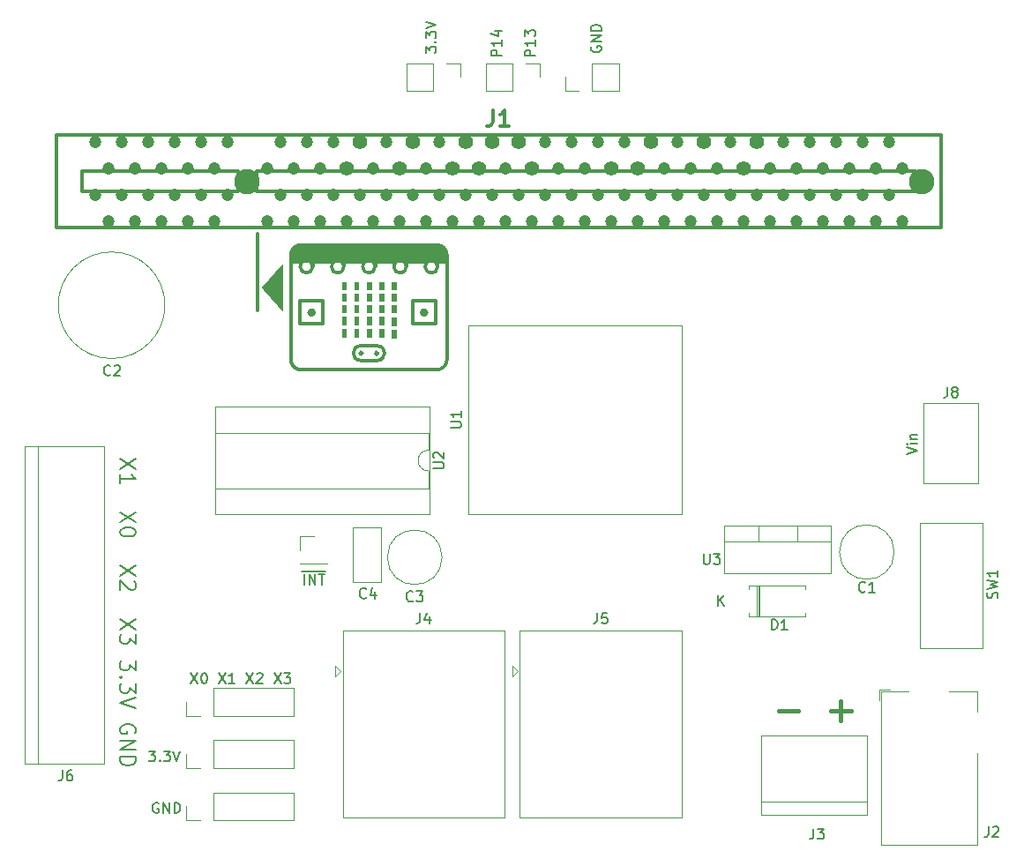
<source format=gbr>
%TF.GenerationSoftware,KiCad,Pcbnew,(6.0.11)*%
%TF.CreationDate,2024-05-31T18:35:19-03:00*%
%TF.ProjectId,robo_descontrolado,726f626f-5f64-4657-9363-6f6e74726f6c,rev?*%
%TF.SameCoordinates,Original*%
%TF.FileFunction,Legend,Top*%
%TF.FilePolarity,Positive*%
%FSLAX46Y46*%
G04 Gerber Fmt 4.6, Leading zero omitted, Abs format (unit mm)*
G04 Created by KiCad (PCBNEW (6.0.11)) date 2024-05-31 18:35:19*
%MOMM*%
%LPD*%
G01*
G04 APERTURE LIST*
%ADD10C,0.300000*%
%ADD11C,0.100000*%
%ADD12C,0.150000*%
%ADD13C,0.400000*%
%ADD14C,0.304800*%
%ADD15C,0.120000*%
%ADD16C,2.451100*%
%ADD17C,1.200000*%
%ADD18C,1.400000*%
G04 APERTURE END LIST*
D10*
X125500000Y-88400000D02*
X125500000Y-81000000D01*
D11*
G36*
X127900000Y-88400000D02*
G01*
X125900000Y-86200000D01*
X127900000Y-84000000D01*
X127900000Y-88400000D01*
G37*
X127900000Y-88400000D02*
X125900000Y-86200000D01*
X127900000Y-84000000D01*
X127900000Y-88400000D01*
D12*
X119090476Y-123202380D02*
X119757142Y-124202380D01*
X119757142Y-123202380D02*
X119090476Y-124202380D01*
X120328571Y-123202380D02*
X120423809Y-123202380D01*
X120519047Y-123250000D01*
X120566666Y-123297619D01*
X120614285Y-123392857D01*
X120661904Y-123583333D01*
X120661904Y-123821428D01*
X120614285Y-124011904D01*
X120566666Y-124107142D01*
X120519047Y-124154761D01*
X120423809Y-124202380D01*
X120328571Y-124202380D01*
X120233333Y-124154761D01*
X120185714Y-124107142D01*
X120138095Y-124011904D01*
X120090476Y-123821428D01*
X120090476Y-123583333D01*
X120138095Y-123392857D01*
X120185714Y-123297619D01*
X120233333Y-123250000D01*
X120328571Y-123202380D01*
X121757142Y-123202380D02*
X122423809Y-124202380D01*
X122423809Y-123202380D02*
X121757142Y-124202380D01*
X123328571Y-124202380D02*
X122757142Y-124202380D01*
X123042857Y-124202380D02*
X123042857Y-123202380D01*
X122947619Y-123345238D01*
X122852380Y-123440476D01*
X122757142Y-123488095D01*
X124423809Y-123202380D02*
X125090476Y-124202380D01*
X125090476Y-123202380D02*
X124423809Y-124202380D01*
X125423809Y-123297619D02*
X125471428Y-123250000D01*
X125566666Y-123202380D01*
X125804761Y-123202380D01*
X125900000Y-123250000D01*
X125947619Y-123297619D01*
X125995238Y-123392857D01*
X125995238Y-123488095D01*
X125947619Y-123630952D01*
X125376190Y-124202380D01*
X125995238Y-124202380D01*
X127090476Y-123202380D02*
X127757142Y-124202380D01*
X127757142Y-123202380D02*
X127090476Y-124202380D01*
X128042857Y-123202380D02*
X128661904Y-123202380D01*
X128328571Y-123583333D01*
X128471428Y-123583333D01*
X128566666Y-123630952D01*
X128614285Y-123678571D01*
X128661904Y-123773809D01*
X128661904Y-124011904D01*
X128614285Y-124107142D01*
X128566666Y-124154761D01*
X128471428Y-124202380D01*
X128185714Y-124202380D01*
X128090476Y-124154761D01*
X128042857Y-124107142D01*
D13*
X182452380Y-126821428D02*
X180547619Y-126821428D01*
X181500000Y-125869047D02*
X181500000Y-127773809D01*
X177452380Y-126821428D02*
X175547619Y-126821428D01*
D12*
X115073809Y-130702380D02*
X115692857Y-130702380D01*
X115359523Y-131083333D01*
X115502380Y-131083333D01*
X115597619Y-131130952D01*
X115645238Y-131178571D01*
X115692857Y-131273809D01*
X115692857Y-131511904D01*
X115645238Y-131607142D01*
X115597619Y-131654761D01*
X115502380Y-131702380D01*
X115216666Y-131702380D01*
X115121428Y-131654761D01*
X115073809Y-131607142D01*
X116121428Y-131607142D02*
X116169047Y-131654761D01*
X116121428Y-131702380D01*
X116073809Y-131654761D01*
X116121428Y-131607142D01*
X116121428Y-131702380D01*
X116502380Y-130702380D02*
X117121428Y-130702380D01*
X116788095Y-131083333D01*
X116930952Y-131083333D01*
X117026190Y-131130952D01*
X117073809Y-131178571D01*
X117121428Y-131273809D01*
X117121428Y-131511904D01*
X117073809Y-131607142D01*
X117026190Y-131654761D01*
X116930952Y-131702380D01*
X116645238Y-131702380D01*
X116550000Y-131654761D01*
X116502380Y-131607142D01*
X117407142Y-130702380D02*
X117740476Y-131702380D01*
X118073809Y-130702380D01*
X187852380Y-102223809D02*
X188852380Y-101890476D01*
X187852380Y-101557142D01*
X188852380Y-101223809D02*
X188185714Y-101223809D01*
X187852380Y-101223809D02*
X187900000Y-101271428D01*
X187947619Y-101223809D01*
X187900000Y-101176190D01*
X187852380Y-101223809D01*
X187947619Y-101223809D01*
X188185714Y-100747619D02*
X188852380Y-100747619D01*
X188280952Y-100747619D02*
X188233333Y-100700000D01*
X188185714Y-100604761D01*
X188185714Y-100461904D01*
X188233333Y-100366666D01*
X188328571Y-100319047D01*
X188852380Y-100319047D01*
X148942380Y-63964285D02*
X147942380Y-63964285D01*
X147942380Y-63583333D01*
X147990000Y-63488095D01*
X148037619Y-63440476D01*
X148132857Y-63392857D01*
X148275714Y-63392857D01*
X148370952Y-63440476D01*
X148418571Y-63488095D01*
X148466190Y-63583333D01*
X148466190Y-63964285D01*
X148942380Y-62440476D02*
X148942380Y-63011904D01*
X148942380Y-62726190D02*
X147942380Y-62726190D01*
X148085238Y-62821428D01*
X148180476Y-62916666D01*
X148228095Y-63011904D01*
X148275714Y-61583333D02*
X148942380Y-61583333D01*
X147894761Y-61821428D02*
X148609047Y-62059523D01*
X148609047Y-61440476D01*
X152162380Y-63964285D02*
X151162380Y-63964285D01*
X151162380Y-63583333D01*
X151210000Y-63488095D01*
X151257619Y-63440476D01*
X151352857Y-63392857D01*
X151495714Y-63392857D01*
X151590952Y-63440476D01*
X151638571Y-63488095D01*
X151686190Y-63583333D01*
X151686190Y-63964285D01*
X152162380Y-62440476D02*
X152162380Y-63011904D01*
X152162380Y-62726190D02*
X151162380Y-62726190D01*
X151305238Y-62821428D01*
X151400476Y-62916666D01*
X151448095Y-63011904D01*
X151162380Y-62107142D02*
X151162380Y-61488095D01*
X151543333Y-61821428D01*
X151543333Y-61678571D01*
X151590952Y-61583333D01*
X151638571Y-61535714D01*
X151733809Y-61488095D01*
X151971904Y-61488095D01*
X152067142Y-61535714D01*
X152114761Y-61583333D01*
X152162380Y-61678571D01*
X152162380Y-61964285D01*
X152114761Y-62059523D01*
X152067142Y-62107142D01*
X113821428Y-102614285D02*
X112321428Y-103614285D01*
X113821428Y-103614285D02*
X112321428Y-102614285D01*
X112321428Y-104971428D02*
X112321428Y-104114285D01*
X112321428Y-104542857D02*
X113821428Y-104542857D01*
X113607142Y-104400000D01*
X113464285Y-104257142D01*
X113392857Y-104114285D01*
X113821428Y-107757142D02*
X112321428Y-108757142D01*
X113821428Y-108757142D02*
X112321428Y-107757142D01*
X113821428Y-109614285D02*
X113821428Y-109757142D01*
X113750000Y-109900000D01*
X113678571Y-109971428D01*
X113535714Y-110042857D01*
X113250000Y-110114285D01*
X112892857Y-110114285D01*
X112607142Y-110042857D01*
X112464285Y-109971428D01*
X112392857Y-109900000D01*
X112321428Y-109757142D01*
X112321428Y-109614285D01*
X112392857Y-109471428D01*
X112464285Y-109400000D01*
X112607142Y-109328571D01*
X112892857Y-109257142D01*
X113250000Y-109257142D01*
X113535714Y-109328571D01*
X113678571Y-109400000D01*
X113750000Y-109471428D01*
X113821428Y-109614285D01*
X113821428Y-112900000D02*
X112321428Y-113900000D01*
X113821428Y-113900000D02*
X112321428Y-112900000D01*
X113678571Y-114400000D02*
X113750000Y-114471428D01*
X113821428Y-114614285D01*
X113821428Y-114971428D01*
X113750000Y-115114285D01*
X113678571Y-115185714D01*
X113535714Y-115257142D01*
X113392857Y-115257142D01*
X113178571Y-115185714D01*
X112321428Y-114328571D01*
X112321428Y-115257142D01*
X113821428Y-118042857D02*
X112321428Y-119042857D01*
X113821428Y-119042857D02*
X112321428Y-118042857D01*
X113821428Y-119471428D02*
X113821428Y-120400000D01*
X113250000Y-119900000D01*
X113250000Y-120114285D01*
X113178571Y-120257142D01*
X113107142Y-120328571D01*
X112964285Y-120400000D01*
X112607142Y-120400000D01*
X112464285Y-120328571D01*
X112392857Y-120257142D01*
X112321428Y-120114285D01*
X112321428Y-119685714D01*
X112392857Y-119542857D01*
X112464285Y-119471428D01*
X113821428Y-122042857D02*
X113821428Y-122971428D01*
X113250000Y-122471428D01*
X113250000Y-122685714D01*
X113178571Y-122828571D01*
X113107142Y-122900000D01*
X112964285Y-122971428D01*
X112607142Y-122971428D01*
X112464285Y-122900000D01*
X112392857Y-122828571D01*
X112321428Y-122685714D01*
X112321428Y-122257142D01*
X112392857Y-122114285D01*
X112464285Y-122042857D01*
X112464285Y-123614285D02*
X112392857Y-123685714D01*
X112321428Y-123614285D01*
X112392857Y-123542857D01*
X112464285Y-123614285D01*
X112321428Y-123614285D01*
X113821428Y-124185714D02*
X113821428Y-125114285D01*
X113250000Y-124614285D01*
X113250000Y-124828571D01*
X113178571Y-124971428D01*
X113107142Y-125042857D01*
X112964285Y-125114285D01*
X112607142Y-125114285D01*
X112464285Y-125042857D01*
X112392857Y-124971428D01*
X112321428Y-124828571D01*
X112321428Y-124400000D01*
X112392857Y-124257142D01*
X112464285Y-124185714D01*
X113821428Y-125542857D02*
X112321428Y-126042857D01*
X113821428Y-126542857D01*
X113750000Y-128971428D02*
X113821428Y-128828571D01*
X113821428Y-128614285D01*
X113750000Y-128400000D01*
X113607142Y-128257142D01*
X113464285Y-128185714D01*
X113178571Y-128114285D01*
X112964285Y-128114285D01*
X112678571Y-128185714D01*
X112535714Y-128257142D01*
X112392857Y-128400000D01*
X112321428Y-128614285D01*
X112321428Y-128757142D01*
X112392857Y-128971428D01*
X112464285Y-129042857D01*
X112964285Y-129042857D01*
X112964285Y-128757142D01*
X112321428Y-129685714D02*
X113821428Y-129685714D01*
X112321428Y-130542857D01*
X113821428Y-130542857D01*
X112321428Y-131257142D02*
X113821428Y-131257142D01*
X113821428Y-131614285D01*
X113750000Y-131828571D01*
X113607142Y-131971428D01*
X113464285Y-132042857D01*
X113178571Y-132114285D01*
X112964285Y-132114285D01*
X112678571Y-132042857D01*
X112535714Y-131971428D01*
X112392857Y-131828571D01*
X112321428Y-131614285D01*
X112321428Y-131257142D01*
X129757142Y-113470000D02*
X130233333Y-113470000D01*
X129995238Y-114752380D02*
X129995238Y-113752380D01*
X130233333Y-113470000D02*
X131280952Y-113470000D01*
X130471428Y-114752380D02*
X130471428Y-113752380D01*
X131042857Y-114752380D01*
X131042857Y-113752380D01*
X131280952Y-113470000D02*
X132042857Y-113470000D01*
X131376190Y-113752380D02*
X131947619Y-113752380D01*
X131661904Y-114752380D02*
X131661904Y-113752380D01*
X141652380Y-63676190D02*
X141652380Y-63057142D01*
X142033333Y-63390476D01*
X142033333Y-63247619D01*
X142080952Y-63152380D01*
X142128571Y-63104761D01*
X142223809Y-63057142D01*
X142461904Y-63057142D01*
X142557142Y-63104761D01*
X142604761Y-63152380D01*
X142652380Y-63247619D01*
X142652380Y-63533333D01*
X142604761Y-63628571D01*
X142557142Y-63676190D01*
X142557142Y-62628571D02*
X142604761Y-62580952D01*
X142652380Y-62628571D01*
X142604761Y-62676190D01*
X142557142Y-62628571D01*
X142652380Y-62628571D01*
X141652380Y-62247619D02*
X141652380Y-61628571D01*
X142033333Y-61961904D01*
X142033333Y-61819047D01*
X142080952Y-61723809D01*
X142128571Y-61676190D01*
X142223809Y-61628571D01*
X142461904Y-61628571D01*
X142557142Y-61676190D01*
X142604761Y-61723809D01*
X142652380Y-61819047D01*
X142652380Y-62104761D01*
X142604761Y-62200000D01*
X142557142Y-62247619D01*
X141652380Y-61342857D02*
X142652380Y-61009523D01*
X141652380Y-60676190D01*
X115988095Y-135700000D02*
X115892857Y-135652380D01*
X115750000Y-135652380D01*
X115607142Y-135700000D01*
X115511904Y-135795238D01*
X115464285Y-135890476D01*
X115416666Y-136080952D01*
X115416666Y-136223809D01*
X115464285Y-136414285D01*
X115511904Y-136509523D01*
X115607142Y-136604761D01*
X115750000Y-136652380D01*
X115845238Y-136652380D01*
X115988095Y-136604761D01*
X116035714Y-136557142D01*
X116035714Y-136223809D01*
X115845238Y-136223809D01*
X116464285Y-136652380D02*
X116464285Y-135652380D01*
X117035714Y-136652380D01*
X117035714Y-135652380D01*
X117511904Y-136652380D02*
X117511904Y-135652380D01*
X117750000Y-135652380D01*
X117892857Y-135700000D01*
X117988095Y-135795238D01*
X118035714Y-135890476D01*
X118083333Y-136080952D01*
X118083333Y-136223809D01*
X118035714Y-136414285D01*
X117988095Y-136509523D01*
X117892857Y-136604761D01*
X117750000Y-136652380D01*
X117511904Y-136652380D01*
X157550000Y-63061904D02*
X157502380Y-63157142D01*
X157502380Y-63300000D01*
X157550000Y-63442857D01*
X157645238Y-63538095D01*
X157740476Y-63585714D01*
X157930952Y-63633333D01*
X158073809Y-63633333D01*
X158264285Y-63585714D01*
X158359523Y-63538095D01*
X158454761Y-63442857D01*
X158502380Y-63300000D01*
X158502380Y-63204761D01*
X158454761Y-63061904D01*
X158407142Y-63014285D01*
X158073809Y-63014285D01*
X158073809Y-63204761D01*
X158502380Y-62585714D02*
X157502380Y-62585714D01*
X158502380Y-62014285D01*
X157502380Y-62014285D01*
X158502380Y-61538095D02*
X157502380Y-61538095D01*
X157502380Y-61300000D01*
X157550000Y-61157142D01*
X157645238Y-61061904D01*
X157740476Y-61014285D01*
X157930952Y-60966666D01*
X158073809Y-60966666D01*
X158264285Y-61014285D01*
X158359523Y-61061904D01*
X158454761Y-61157142D01*
X158502380Y-61300000D01*
X158502380Y-61538095D01*
X158111666Y-117452380D02*
X158111666Y-118166666D01*
X158064047Y-118309523D01*
X157968809Y-118404761D01*
X157825952Y-118452380D01*
X157730714Y-118452380D01*
X159064047Y-117452380D02*
X158587857Y-117452380D01*
X158540238Y-117928571D01*
X158587857Y-117880952D01*
X158683095Y-117833333D01*
X158921190Y-117833333D01*
X159016428Y-117880952D01*
X159064047Y-117928571D01*
X159111666Y-118023809D01*
X159111666Y-118261904D01*
X159064047Y-118357142D01*
X159016428Y-118404761D01*
X158921190Y-118452380D01*
X158683095Y-118452380D01*
X158587857Y-118404761D01*
X158540238Y-118357142D01*
X141111666Y-117452380D02*
X141111666Y-118166666D01*
X141064047Y-118309523D01*
X140968809Y-118404761D01*
X140825952Y-118452380D01*
X140730714Y-118452380D01*
X142016428Y-117785714D02*
X142016428Y-118452380D01*
X141778333Y-117404761D02*
X141540238Y-118119047D01*
X142159285Y-118119047D01*
D14*
X148142000Y-69165948D02*
X148142000Y-70254520D01*
X148069428Y-70472234D01*
X147924285Y-70617377D01*
X147706571Y-70689948D01*
X147561428Y-70689948D01*
X149666000Y-70689948D02*
X148795142Y-70689948D01*
X149230571Y-70689948D02*
X149230571Y-69165948D01*
X149085428Y-69383662D01*
X148940285Y-69528805D01*
X148795142Y-69601377D01*
D12*
X168338095Y-111752380D02*
X168338095Y-112561904D01*
X168385714Y-112657142D01*
X168433333Y-112704761D01*
X168528571Y-112752380D01*
X168719047Y-112752380D01*
X168814285Y-112704761D01*
X168861904Y-112657142D01*
X168909523Y-112561904D01*
X168909523Y-111752380D01*
X169290476Y-111752380D02*
X169909523Y-111752380D01*
X169576190Y-112133333D01*
X169719047Y-112133333D01*
X169814285Y-112180952D01*
X169861904Y-112228571D01*
X169909523Y-112323809D01*
X169909523Y-112561904D01*
X169861904Y-112657142D01*
X169814285Y-112704761D01*
X169719047Y-112752380D01*
X169433333Y-112752380D01*
X169338095Y-112704761D01*
X169290476Y-112657142D01*
X111383333Y-94557142D02*
X111335714Y-94604761D01*
X111192857Y-94652380D01*
X111097619Y-94652380D01*
X110954761Y-94604761D01*
X110859523Y-94509523D01*
X110811904Y-94414285D01*
X110764285Y-94223809D01*
X110764285Y-94080952D01*
X110811904Y-93890476D01*
X110859523Y-93795238D01*
X110954761Y-93700000D01*
X111097619Y-93652380D01*
X111192857Y-93652380D01*
X111335714Y-93700000D01*
X111383333Y-93747619D01*
X111764285Y-93747619D02*
X111811904Y-93700000D01*
X111907142Y-93652380D01*
X112145238Y-93652380D01*
X112240476Y-93700000D01*
X112288095Y-93747619D01*
X112335714Y-93842857D01*
X112335714Y-93938095D01*
X112288095Y-94080952D01*
X111716666Y-94652380D01*
X112335714Y-94652380D01*
X191736666Y-95742380D02*
X191736666Y-96456666D01*
X191689047Y-96599523D01*
X191593809Y-96694761D01*
X191450952Y-96742380D01*
X191355714Y-96742380D01*
X192355714Y-96170952D02*
X192260476Y-96123333D01*
X192212857Y-96075714D01*
X192165238Y-95980476D01*
X192165238Y-95932857D01*
X192212857Y-95837619D01*
X192260476Y-95790000D01*
X192355714Y-95742380D01*
X192546190Y-95742380D01*
X192641428Y-95790000D01*
X192689047Y-95837619D01*
X192736666Y-95932857D01*
X192736666Y-95980476D01*
X192689047Y-96075714D01*
X192641428Y-96123333D01*
X192546190Y-96170952D01*
X192355714Y-96170952D01*
X192260476Y-96218571D01*
X192212857Y-96266190D01*
X192165238Y-96361428D01*
X192165238Y-96551904D01*
X192212857Y-96647142D01*
X192260476Y-96694761D01*
X192355714Y-96742380D01*
X192546190Y-96742380D01*
X192641428Y-96694761D01*
X192689047Y-96647142D01*
X192736666Y-96551904D01*
X192736666Y-96361428D01*
X192689047Y-96266190D01*
X192641428Y-96218571D01*
X192546190Y-96170952D01*
X106766666Y-132552380D02*
X106766666Y-133266666D01*
X106719047Y-133409523D01*
X106623809Y-133504761D01*
X106480952Y-133552380D01*
X106385714Y-133552380D01*
X107671428Y-132552380D02*
X107480952Y-132552380D01*
X107385714Y-132600000D01*
X107338095Y-132647619D01*
X107242857Y-132790476D01*
X107195238Y-132980952D01*
X107195238Y-133361904D01*
X107242857Y-133457142D01*
X107290476Y-133504761D01*
X107385714Y-133552380D01*
X107576190Y-133552380D01*
X107671428Y-133504761D01*
X107719047Y-133457142D01*
X107766666Y-133361904D01*
X107766666Y-133123809D01*
X107719047Y-133028571D01*
X107671428Y-132980952D01*
X107576190Y-132933333D01*
X107385714Y-132933333D01*
X107290476Y-132980952D01*
X107242857Y-133028571D01*
X107195238Y-133123809D01*
X195666666Y-137952380D02*
X195666666Y-138666666D01*
X195619047Y-138809523D01*
X195523809Y-138904761D01*
X195380952Y-138952380D01*
X195285714Y-138952380D01*
X196095238Y-138047619D02*
X196142857Y-138000000D01*
X196238095Y-137952380D01*
X196476190Y-137952380D01*
X196571428Y-138000000D01*
X196619047Y-138047619D01*
X196666666Y-138142857D01*
X196666666Y-138238095D01*
X196619047Y-138380952D01*
X196047619Y-138952380D01*
X196666666Y-138952380D01*
X196504761Y-116033333D02*
X196552380Y-115890476D01*
X196552380Y-115652380D01*
X196504761Y-115557142D01*
X196457142Y-115509523D01*
X196361904Y-115461904D01*
X196266666Y-115461904D01*
X196171428Y-115509523D01*
X196123809Y-115557142D01*
X196076190Y-115652380D01*
X196028571Y-115842857D01*
X195980952Y-115938095D01*
X195933333Y-115985714D01*
X195838095Y-116033333D01*
X195742857Y-116033333D01*
X195647619Y-115985714D01*
X195600000Y-115938095D01*
X195552380Y-115842857D01*
X195552380Y-115604761D01*
X195600000Y-115461904D01*
X195552380Y-115128571D02*
X196552380Y-114890476D01*
X195838095Y-114700000D01*
X196552380Y-114509523D01*
X195552380Y-114271428D01*
X196552380Y-113366666D02*
X196552380Y-113938095D01*
X196552380Y-113652380D02*
X195552380Y-113652380D01*
X195695238Y-113747619D01*
X195790476Y-113842857D01*
X195838095Y-113938095D01*
X183833333Y-115357142D02*
X183785714Y-115404761D01*
X183642857Y-115452380D01*
X183547619Y-115452380D01*
X183404761Y-115404761D01*
X183309523Y-115309523D01*
X183261904Y-115214285D01*
X183214285Y-115023809D01*
X183214285Y-114880952D01*
X183261904Y-114690476D01*
X183309523Y-114595238D01*
X183404761Y-114500000D01*
X183547619Y-114452380D01*
X183642857Y-114452380D01*
X183785714Y-114500000D01*
X183833333Y-114547619D01*
X184785714Y-115452380D02*
X184214285Y-115452380D01*
X184500000Y-115452380D02*
X184500000Y-114452380D01*
X184404761Y-114595238D01*
X184309523Y-114690476D01*
X184214285Y-114738095D01*
X178886666Y-138152380D02*
X178886666Y-138866666D01*
X178839047Y-139009523D01*
X178743809Y-139104761D01*
X178600952Y-139152380D01*
X178505714Y-139152380D01*
X179267619Y-138152380D02*
X179886666Y-138152380D01*
X179553333Y-138533333D01*
X179696190Y-138533333D01*
X179791428Y-138580952D01*
X179839047Y-138628571D01*
X179886666Y-138723809D01*
X179886666Y-138961904D01*
X179839047Y-139057142D01*
X179791428Y-139104761D01*
X179696190Y-139152380D01*
X179410476Y-139152380D01*
X179315238Y-139104761D01*
X179267619Y-139057142D01*
X174861904Y-119052380D02*
X174861904Y-118052380D01*
X175100000Y-118052380D01*
X175242857Y-118100000D01*
X175338095Y-118195238D01*
X175385714Y-118290476D01*
X175433333Y-118480952D01*
X175433333Y-118623809D01*
X175385714Y-118814285D01*
X175338095Y-118909523D01*
X175242857Y-119004761D01*
X175100000Y-119052380D01*
X174861904Y-119052380D01*
X176385714Y-119052380D02*
X175814285Y-119052380D01*
X176100000Y-119052380D02*
X176100000Y-118052380D01*
X176004761Y-118195238D01*
X175909523Y-118290476D01*
X175814285Y-118338095D01*
X169738095Y-116752380D02*
X169738095Y-115752380D01*
X170309523Y-116752380D02*
X169880952Y-116180952D01*
X170309523Y-115752380D02*
X169738095Y-116323809D01*
X144052380Y-99661904D02*
X144861904Y-99661904D01*
X144957142Y-99614285D01*
X145004761Y-99566666D01*
X145052380Y-99471428D01*
X145052380Y-99280952D01*
X145004761Y-99185714D01*
X144957142Y-99138095D01*
X144861904Y-99090476D01*
X144052380Y-99090476D01*
X145052380Y-98090476D02*
X145052380Y-98661904D01*
X145052380Y-98376190D02*
X144052380Y-98376190D01*
X144195238Y-98471428D01*
X144290476Y-98566666D01*
X144338095Y-98661904D01*
X142382380Y-103571904D02*
X143191904Y-103571904D01*
X143287142Y-103524285D01*
X143334761Y-103476666D01*
X143382380Y-103381428D01*
X143382380Y-103190952D01*
X143334761Y-103095714D01*
X143287142Y-103048095D01*
X143191904Y-103000476D01*
X142382380Y-103000476D01*
X142477619Y-102571904D02*
X142430000Y-102524285D01*
X142382380Y-102429047D01*
X142382380Y-102190952D01*
X142430000Y-102095714D01*
X142477619Y-102048095D01*
X142572857Y-102000476D01*
X142668095Y-102000476D01*
X142810952Y-102048095D01*
X143382380Y-102619523D01*
X143382380Y-102000476D01*
X135933333Y-115957142D02*
X135885714Y-116004761D01*
X135742857Y-116052380D01*
X135647619Y-116052380D01*
X135504761Y-116004761D01*
X135409523Y-115909523D01*
X135361904Y-115814285D01*
X135314285Y-115623809D01*
X135314285Y-115480952D01*
X135361904Y-115290476D01*
X135409523Y-115195238D01*
X135504761Y-115100000D01*
X135647619Y-115052380D01*
X135742857Y-115052380D01*
X135885714Y-115100000D01*
X135933333Y-115147619D01*
X136790476Y-115385714D02*
X136790476Y-116052380D01*
X136552380Y-115004761D02*
X136314285Y-115719047D01*
X136933333Y-115719047D01*
X140433333Y-116257142D02*
X140385714Y-116304761D01*
X140242857Y-116352380D01*
X140147619Y-116352380D01*
X140004761Y-116304761D01*
X139909523Y-116209523D01*
X139861904Y-116114285D01*
X139814285Y-115923809D01*
X139814285Y-115780952D01*
X139861904Y-115590476D01*
X139909523Y-115495238D01*
X140004761Y-115400000D01*
X140147619Y-115352380D01*
X140242857Y-115352380D01*
X140385714Y-115400000D01*
X140433333Y-115447619D01*
X140766666Y-115352380D02*
X141385714Y-115352380D01*
X141052380Y-115733333D01*
X141195238Y-115733333D01*
X141290476Y-115780952D01*
X141338095Y-115828571D01*
X141385714Y-115923809D01*
X141385714Y-116161904D01*
X141338095Y-116257142D01*
X141290476Y-116304761D01*
X141195238Y-116352380D01*
X140909523Y-116352380D01*
X140814285Y-116304761D01*
X140766666Y-116257142D01*
D15*
X150000000Y-122500000D02*
X150000000Y-123500000D01*
X166205000Y-119120000D02*
X150685000Y-119120000D01*
X150500000Y-123000000D02*
X150000000Y-122500000D01*
X150685000Y-137080000D02*
X166205000Y-137080000D01*
X150685000Y-119120000D02*
X150685000Y-137080000D01*
X150000000Y-123500000D02*
X150500000Y-123000000D01*
X166205000Y-119120000D02*
X166205000Y-137080000D01*
X133500000Y-123000000D02*
X133000000Y-122500000D01*
X149205000Y-119120000D02*
X133685000Y-119120000D01*
X133685000Y-119120000D02*
X133685000Y-137080000D01*
X133685000Y-137080000D02*
X149205000Y-137080000D01*
X149205000Y-119120000D02*
X149205000Y-137080000D01*
X133000000Y-122500000D02*
X133000000Y-123500000D01*
X133000000Y-123500000D02*
X133500000Y-123000000D01*
D14*
X191101020Y-80450080D02*
X191101020Y-71549920D01*
X191101020Y-71549920D02*
X106198980Y-71549920D01*
X188649920Y-76949960D02*
X125398840Y-76949960D01*
X106198980Y-80450080D02*
X191101020Y-80450080D01*
X188649920Y-75050040D02*
X188649920Y-76949960D01*
X106198980Y-71549920D02*
X106198980Y-80450080D01*
X123648780Y-76949960D02*
X123648780Y-75050040D01*
X125398840Y-75050040D02*
X188649920Y-75050040D01*
X108650080Y-76949960D02*
X123648780Y-76949960D01*
X123648780Y-75050040D02*
X108650080Y-75050040D01*
X108650080Y-75050040D02*
X108650080Y-76949960D01*
X125398840Y-76949960D02*
X125398840Y-75050040D01*
D15*
X170320000Y-109030000D02*
X180560000Y-109030000D01*
X170320000Y-113671000D02*
X180560000Y-113671000D01*
X177291000Y-109030000D02*
X177291000Y-110540000D01*
X173590000Y-109030000D02*
X173590000Y-110540000D01*
X170320000Y-110540000D02*
X180560000Y-110540000D01*
X170320000Y-109030000D02*
X170320000Y-113671000D01*
X180560000Y-109030000D02*
X180560000Y-113671000D01*
X116620000Y-87900000D02*
G75*
G03*
X116620000Y-87900000I-5120000J0D01*
G01*
X120000000Y-127330000D02*
X118670000Y-127330000D01*
X118670000Y-127330000D02*
X118670000Y-126000000D01*
X121270000Y-127330000D02*
X128950000Y-127330000D01*
X128950000Y-127330000D02*
X128950000Y-124670000D01*
X121270000Y-127330000D02*
X121270000Y-124670000D01*
X121270000Y-124670000D02*
X128950000Y-124670000D01*
X120000000Y-132330000D02*
X118670000Y-132330000D01*
X121270000Y-132330000D02*
X128950000Y-132330000D01*
X118670000Y-132330000D02*
X118670000Y-131000000D01*
X121270000Y-129670000D02*
X128950000Y-129670000D01*
X128950000Y-132330000D02*
X128950000Y-129670000D01*
X121270000Y-132330000D02*
X121270000Y-129670000D01*
X128950000Y-137330000D02*
X128950000Y-134670000D01*
X121270000Y-134670000D02*
X128950000Y-134670000D01*
X120000000Y-137330000D02*
X118670000Y-137330000D01*
X121270000Y-137330000D02*
X128950000Y-137330000D01*
X118670000Y-137330000D02*
X118670000Y-136000000D01*
X121270000Y-137330000D02*
X121270000Y-134670000D01*
X157620000Y-64670000D02*
X160220000Y-64670000D01*
X155020000Y-67330000D02*
X155020000Y-66000000D01*
X157620000Y-67330000D02*
X157620000Y-64670000D01*
X157620000Y-67330000D02*
X160220000Y-67330000D01*
X160220000Y-67330000D02*
X160220000Y-64670000D01*
X156350000Y-67330000D02*
X155020000Y-67330000D01*
X143650000Y-64670000D02*
X144980000Y-64670000D01*
X142380000Y-64670000D02*
X142380000Y-67330000D01*
X144980000Y-64670000D02*
X144980000Y-66000000D01*
X142380000Y-64670000D02*
X139780000Y-64670000D01*
X142380000Y-67330000D02*
X139780000Y-67330000D01*
X139780000Y-64670000D02*
X139780000Y-67330000D01*
X150000000Y-64670000D02*
X147400000Y-64670000D01*
X152600000Y-64670000D02*
X152600000Y-66000000D01*
X147400000Y-64670000D02*
X147400000Y-67330000D01*
X150000000Y-64670000D02*
X150000000Y-67330000D01*
X150000000Y-67330000D02*
X147400000Y-67330000D01*
X151270000Y-64670000D02*
X152600000Y-64670000D01*
X189470000Y-105030000D02*
X194670000Y-105030000D01*
X189470000Y-97290000D02*
X194670000Y-97290000D01*
X189470000Y-97290000D02*
X189470000Y-105030000D01*
X194670000Y-97290000D02*
X194670000Y-105030000D01*
X103190000Y-131940000D02*
X110810000Y-131940000D01*
X110810000Y-101460000D02*
X103190000Y-101460000D01*
X104460000Y-101460000D02*
X104460000Y-131940000D01*
X110810000Y-101460000D02*
X110810000Y-131940000D01*
X103190000Y-101460000D02*
X103190000Y-131940000D01*
X186250000Y-124800000D02*
X185200000Y-124800000D01*
X194600000Y-130900000D02*
X194600000Y-139700000D01*
X185200000Y-125850000D02*
X185200000Y-124800000D01*
X185400000Y-139700000D02*
X185400000Y-125000000D01*
X191900000Y-125000000D02*
X194600000Y-125000000D01*
X185400000Y-125000000D02*
X188000000Y-125000000D01*
X194600000Y-139700000D02*
X185400000Y-139700000D01*
X194600000Y-125000000D02*
X194600000Y-126900000D01*
X189100000Y-108800000D02*
X195100000Y-108800000D01*
X189100000Y-120800000D02*
X189100000Y-108800000D01*
X195100000Y-120800000D02*
X189100000Y-120800000D01*
X195100000Y-108800000D02*
X195100000Y-120800000D01*
X186620000Y-111600000D02*
G75*
G03*
X186620000Y-111600000I-2620000J0D01*
G01*
X184040000Y-136810000D02*
X184040000Y-129190000D01*
X173880000Y-129190000D02*
X173880000Y-136810000D01*
X184040000Y-129190000D02*
X173880000Y-129190000D01*
X173880000Y-136810000D02*
X184040000Y-136810000D01*
X184040000Y-135540000D02*
X173880000Y-135540000D01*
X173590000Y-114830000D02*
X173590000Y-117770000D01*
X172690000Y-117770000D02*
X178130000Y-117770000D01*
X172690000Y-117440000D02*
X172690000Y-117770000D01*
X173470000Y-114830000D02*
X173470000Y-117770000D01*
X172690000Y-115160000D02*
X172690000Y-114830000D01*
X172690000Y-114830000D02*
X178130000Y-114830000D01*
X173710000Y-114830000D02*
X173710000Y-117770000D01*
X178130000Y-114830000D02*
X178130000Y-115160000D01*
X178130000Y-117770000D02*
X178130000Y-117440000D01*
X166210000Y-107930000D02*
X166210000Y-89870000D01*
X145770000Y-89870000D02*
X166210000Y-89870000D01*
X145770000Y-107930000D02*
X145770000Y-89870000D01*
X145770000Y-107930000D02*
X166210000Y-107930000D01*
X121490000Y-105460000D02*
X141930000Y-105460000D01*
X141990000Y-97670000D02*
X121430000Y-97670000D01*
X141990000Y-107950000D02*
X141990000Y-97670000D01*
X121430000Y-97670000D02*
X121430000Y-107950000D01*
X121430000Y-107950000D02*
X141990000Y-107950000D01*
X141930000Y-100160000D02*
X121490000Y-100160000D01*
X141930000Y-101810000D02*
X141930000Y-100160000D01*
X121490000Y-100160000D02*
X121490000Y-105460000D01*
X141930000Y-105460000D02*
X141930000Y-103810000D01*
X141930000Y-101810000D02*
G75*
G03*
X141930000Y-103810000I0J-1000000D01*
G01*
X129570000Y-111400000D02*
X129570000Y-110070000D01*
X129570000Y-110070000D02*
X130900000Y-110070000D01*
X129570000Y-112670000D02*
X132230000Y-112670000D01*
X129570000Y-112670000D02*
X129570000Y-112730000D01*
X132230000Y-112670000D02*
X132230000Y-112730000D01*
X129570000Y-112730000D02*
X132230000Y-112730000D01*
X137370000Y-109230000D02*
X137370000Y-114470000D01*
X134630000Y-109230000D02*
X134630000Y-114470000D01*
X137370000Y-114470000D02*
X134630000Y-114470000D01*
X137370000Y-109230000D02*
X134630000Y-109230000D01*
X143220000Y-112100000D02*
G75*
G03*
X143220000Y-112100000I-2620000J0D01*
G01*
D10*
X142600000Y-89700000D02*
X140400000Y-89700000D01*
X128700000Y-93100000D02*
X128700000Y-83100000D01*
X142700000Y-94100000D02*
X129700000Y-94100000D01*
X131800000Y-87500000D02*
X131800000Y-89700000D01*
X129600000Y-89700000D02*
X129600000Y-87500000D01*
X129600000Y-87500000D02*
X131800000Y-87500000D01*
X140400000Y-87500000D02*
X142600000Y-87500000D01*
X137000000Y-93200000D02*
X135400000Y-93200000D01*
X135400000Y-91800000D02*
X137000000Y-91800000D01*
X142600000Y-87500000D02*
X142600000Y-89700000D01*
X143700000Y-93100000D02*
X143700000Y-83100000D01*
X131800000Y-89700000D02*
X129600000Y-89700000D01*
X140400000Y-89700000D02*
X140400000Y-87500000D01*
X142700000Y-82100000D02*
X129700000Y-82100000D01*
X128700000Y-93100000D02*
G75*
G03*
X129700000Y-94100000I1000000J0D01*
G01*
X143700000Y-83100000D02*
G75*
G03*
X142700000Y-82100000I-999999J1D01*
G01*
X137000000Y-93200000D02*
G75*
G03*
X137000000Y-91800000I0J700000D01*
G01*
X135400000Y-91800000D02*
G75*
G03*
X135400000Y-93200000I0J-700000D01*
G01*
X129700000Y-82100000D02*
G75*
G03*
X128700000Y-83100000I0J-1000000D01*
G01*
X142700000Y-94100000D02*
G75*
G03*
X143700000Y-93100000I1J999999D01*
G01*
X135570000Y-92500000D02*
G75*
G03*
X135570000Y-92500000I-120000J0D01*
G01*
X136800000Y-84200000D02*
G75*
G03*
X136800000Y-84200000I-600000J0D01*
G01*
X142800000Y-84200000D02*
G75*
G03*
X142800000Y-84200000I-600000J0D01*
G01*
D13*
X130900000Y-88600000D02*
G75*
G03*
X130900000Y-88600000I-200000J0D01*
G01*
D10*
X137070000Y-92500000D02*
G75*
G03*
X137070000Y-92500000I-120000J0D01*
G01*
D13*
X141700000Y-88600000D02*
G75*
G03*
X141700000Y-88600000I-200000J0D01*
G01*
D10*
X130800000Y-84200000D02*
G75*
G03*
X130800000Y-84200000I-600000J0D01*
G01*
X133800000Y-84200000D02*
G75*
G03*
X133800000Y-84200000I-600000J0D01*
G01*
X139800000Y-84200000D02*
G75*
G03*
X139800000Y-84200000I-600000J0D01*
G01*
G36*
X136400000Y-88550000D02*
G01*
X136000000Y-88550000D01*
X136000000Y-87900000D01*
X136400000Y-87900000D01*
X136400000Y-88550000D01*
G37*
D11*
X136400000Y-88550000D02*
X136000000Y-88550000D01*
X136000000Y-87900000D01*
X136400000Y-87900000D01*
X136400000Y-88550000D01*
G36*
X134000000Y-87450000D02*
G01*
X133600000Y-87450000D01*
X133600000Y-86800000D01*
X134000000Y-86800000D01*
X134000000Y-87450000D01*
G37*
X134000000Y-87450000D02*
X133600000Y-87450000D01*
X133600000Y-86800000D01*
X134000000Y-86800000D01*
X134000000Y-87450000D01*
G36*
X138800000Y-89800000D02*
G01*
X138400000Y-89800000D01*
X138400000Y-89050000D01*
X138800000Y-89050000D01*
X138800000Y-89800000D01*
G37*
X138800000Y-89800000D02*
X138400000Y-89800000D01*
X138400000Y-89050000D01*
X138800000Y-89050000D01*
X138800000Y-89800000D01*
G36*
X137600000Y-87450000D02*
G01*
X137200000Y-87450000D01*
X137200000Y-86800000D01*
X137600000Y-86800000D01*
X137600000Y-87450000D01*
G37*
X137600000Y-87450000D02*
X137200000Y-87450000D01*
X137200000Y-86800000D01*
X137600000Y-86800000D01*
X137600000Y-87450000D01*
G36*
X138800000Y-91000000D02*
G01*
X138400000Y-91000000D01*
X138400000Y-90250000D01*
X138800000Y-90250000D01*
X138800000Y-91000000D01*
G37*
X138800000Y-91000000D02*
X138400000Y-91000000D01*
X138400000Y-90250000D01*
X138800000Y-90250000D01*
X138800000Y-91000000D01*
G36*
X135200000Y-88550000D02*
G01*
X134800000Y-88550000D01*
X134800000Y-87900000D01*
X135200000Y-87900000D01*
X135200000Y-88550000D01*
G37*
X135200000Y-88550000D02*
X134800000Y-88550000D01*
X134800000Y-87900000D01*
X135200000Y-87900000D01*
X135200000Y-88550000D01*
G36*
X143400000Y-82400000D02*
G01*
X143700000Y-83100000D01*
X143700000Y-83800000D01*
X142900000Y-83800000D01*
X142900000Y-84210000D01*
X142600000Y-83600000D01*
X142200000Y-83500000D01*
X141800000Y-83600000D01*
X141500000Y-84210000D01*
X141500000Y-83800000D01*
X139900000Y-83800000D01*
X139900000Y-84200000D01*
X139450000Y-83600000D01*
X138950000Y-83600000D01*
X138500000Y-84200000D01*
X138500000Y-83800000D01*
X136900000Y-83800000D01*
X136900000Y-84200000D01*
X136500000Y-83650000D01*
X135900000Y-83650000D01*
X135500000Y-84200000D01*
X135500000Y-83800000D01*
X133900000Y-83800000D01*
X133900000Y-84200000D01*
X133500000Y-83650000D01*
X132950000Y-83650000D01*
X132500000Y-84200000D01*
X132500000Y-83800000D01*
X130900000Y-83800000D01*
X130900000Y-84200000D01*
X130450000Y-83650000D01*
X129950000Y-83650000D01*
X129500000Y-84200000D01*
X129500000Y-83800000D01*
X128700000Y-83800000D01*
X128700000Y-82950000D01*
X129000000Y-82400000D01*
X129700000Y-82100000D01*
X142700000Y-82100000D01*
X143400000Y-82400000D01*
G37*
X143400000Y-82400000D02*
X143700000Y-83100000D01*
X143700000Y-83800000D01*
X142900000Y-83800000D01*
X142900000Y-84210000D01*
X142600000Y-83600000D01*
X142200000Y-83500000D01*
X141800000Y-83600000D01*
X141500000Y-84210000D01*
X141500000Y-83800000D01*
X139900000Y-83800000D01*
X139900000Y-84200000D01*
X139450000Y-83600000D01*
X138950000Y-83600000D01*
X138500000Y-84200000D01*
X138500000Y-83800000D01*
X136900000Y-83800000D01*
X136900000Y-84200000D01*
X136500000Y-83650000D01*
X135900000Y-83650000D01*
X135500000Y-84200000D01*
X135500000Y-83800000D01*
X133900000Y-83800000D01*
X133900000Y-84200000D01*
X133500000Y-83650000D01*
X132950000Y-83650000D01*
X132500000Y-84200000D01*
X132500000Y-83800000D01*
X130900000Y-83800000D01*
X130900000Y-84200000D01*
X130450000Y-83650000D01*
X129950000Y-83650000D01*
X129500000Y-84200000D01*
X129500000Y-83800000D01*
X128700000Y-83800000D01*
X128700000Y-82950000D01*
X129000000Y-82400000D01*
X129700000Y-82100000D01*
X142700000Y-82100000D01*
X143400000Y-82400000D01*
G36*
X134000000Y-89750000D02*
G01*
X133600000Y-89750000D01*
X133600000Y-89000000D01*
X134000000Y-89000000D01*
X134000000Y-89750000D01*
G37*
X134000000Y-89750000D02*
X133600000Y-89750000D01*
X133600000Y-89000000D01*
X134000000Y-89000000D01*
X134000000Y-89750000D01*
G36*
X138800000Y-87450000D02*
G01*
X138400000Y-87450000D01*
X138400000Y-86800000D01*
X138800000Y-86800000D01*
X138800000Y-87450000D01*
G37*
X138800000Y-87450000D02*
X138400000Y-87450000D01*
X138400000Y-86800000D01*
X138800000Y-86800000D01*
X138800000Y-87450000D01*
G36*
X136450000Y-90950000D02*
G01*
X136050000Y-90950000D01*
X136050000Y-90200000D01*
X136450000Y-90200000D01*
X136450000Y-90950000D01*
G37*
X136450000Y-90950000D02*
X136050000Y-90950000D01*
X136050000Y-90200000D01*
X136450000Y-90200000D01*
X136450000Y-90950000D01*
G36*
X135200000Y-90950000D02*
G01*
X134800000Y-90950000D01*
X134800000Y-90200000D01*
X135200000Y-90200000D01*
X135200000Y-90950000D01*
G37*
X135200000Y-90950000D02*
X134800000Y-90950000D01*
X134800000Y-90200000D01*
X135200000Y-90200000D01*
X135200000Y-90950000D01*
G36*
X134000000Y-90950000D02*
G01*
X133600000Y-90950000D01*
X133600000Y-90200000D01*
X134000000Y-90200000D01*
X134000000Y-90950000D01*
G37*
X134000000Y-90950000D02*
X133600000Y-90950000D01*
X133600000Y-90200000D01*
X134000000Y-90200000D01*
X134000000Y-90950000D01*
G36*
X137600000Y-89750000D02*
G01*
X137200000Y-89750000D01*
X137200000Y-89000000D01*
X137600000Y-89000000D01*
X137600000Y-89750000D01*
G37*
X137600000Y-89750000D02*
X137200000Y-89750000D01*
X137200000Y-89000000D01*
X137600000Y-89000000D01*
X137600000Y-89750000D01*
G36*
X136400000Y-89750000D02*
G01*
X136000000Y-89750000D01*
X136000000Y-89000000D01*
X136400000Y-89000000D01*
X136400000Y-89750000D01*
G37*
X136400000Y-89750000D02*
X136000000Y-89750000D01*
X136000000Y-89000000D01*
X136400000Y-89000000D01*
X136400000Y-89750000D01*
G36*
X137600000Y-88550000D02*
G01*
X137200000Y-88550000D01*
X137200000Y-87900000D01*
X137600000Y-87900000D01*
X137600000Y-88550000D01*
G37*
X137600000Y-88550000D02*
X137200000Y-88550000D01*
X137200000Y-87900000D01*
X137600000Y-87900000D01*
X137600000Y-88550000D01*
G36*
X134000000Y-86350000D02*
G01*
X133600000Y-86350000D01*
X133600000Y-85700000D01*
X134000000Y-85700000D01*
X134000000Y-86350000D01*
G37*
X134000000Y-86350000D02*
X133600000Y-86350000D01*
X133600000Y-85700000D01*
X134000000Y-85700000D01*
X134000000Y-86350000D01*
G36*
X136450000Y-89750000D02*
G01*
X136050000Y-89750000D01*
X136050000Y-89000000D01*
X136450000Y-89000000D01*
X136450000Y-89750000D01*
G37*
X136450000Y-89750000D02*
X136050000Y-89750000D01*
X136050000Y-89000000D01*
X136450000Y-89000000D01*
X136450000Y-89750000D01*
G36*
X137600000Y-86350000D02*
G01*
X137200000Y-86350000D01*
X137200000Y-85700000D01*
X137600000Y-85700000D01*
X137600000Y-86350000D01*
G37*
X137600000Y-86350000D02*
X137200000Y-86350000D01*
X137200000Y-85700000D01*
X137600000Y-85700000D01*
X137600000Y-86350000D01*
G36*
X134000000Y-88550000D02*
G01*
X133600000Y-88550000D01*
X133600000Y-87900000D01*
X134000000Y-87900000D01*
X134000000Y-88550000D01*
G37*
X134000000Y-88550000D02*
X133600000Y-88550000D01*
X133600000Y-87900000D01*
X134000000Y-87900000D01*
X134000000Y-88550000D01*
G36*
X135200000Y-89750000D02*
G01*
X134800000Y-89750000D01*
X134800000Y-89000000D01*
X135200000Y-89000000D01*
X135200000Y-89750000D01*
G37*
X135200000Y-89750000D02*
X134800000Y-89750000D01*
X134800000Y-89000000D01*
X135200000Y-89000000D01*
X135200000Y-89750000D01*
G36*
X135200000Y-87450000D02*
G01*
X134800000Y-87450000D01*
X134800000Y-86800000D01*
X135200000Y-86800000D01*
X135200000Y-87450000D01*
G37*
X135200000Y-87450000D02*
X134800000Y-87450000D01*
X134800000Y-86800000D01*
X135200000Y-86800000D01*
X135200000Y-87450000D01*
G36*
X135200000Y-86350000D02*
G01*
X134800000Y-86350000D01*
X134800000Y-85700000D01*
X135200000Y-85700000D01*
X135200000Y-86350000D01*
G37*
X135200000Y-86350000D02*
X134800000Y-86350000D01*
X134800000Y-85700000D01*
X135200000Y-85700000D01*
X135200000Y-86350000D01*
G36*
X138800000Y-88550000D02*
G01*
X138400000Y-88550000D01*
X138400000Y-87900000D01*
X138800000Y-87900000D01*
X138800000Y-88550000D01*
G37*
X138800000Y-88550000D02*
X138400000Y-88550000D01*
X138400000Y-87900000D01*
X138800000Y-87900000D01*
X138800000Y-88550000D01*
G36*
X137600000Y-90950000D02*
G01*
X137200000Y-90950000D01*
X137200000Y-90200000D01*
X137600000Y-90200000D01*
X137600000Y-90950000D01*
G37*
X137600000Y-90950000D02*
X137200000Y-90950000D01*
X137200000Y-90200000D01*
X137600000Y-90200000D01*
X137600000Y-90950000D01*
G36*
X138800000Y-86350000D02*
G01*
X138400000Y-86350000D01*
X138400000Y-85700000D01*
X138800000Y-85700000D01*
X138800000Y-86350000D01*
G37*
X138800000Y-86350000D02*
X138400000Y-86350000D01*
X138400000Y-85700000D01*
X138800000Y-85700000D01*
X138800000Y-86350000D01*
G36*
X136400000Y-86350000D02*
G01*
X136000000Y-86350000D01*
X136000000Y-85700000D01*
X136400000Y-85700000D01*
X136400000Y-86350000D01*
G37*
X136400000Y-86350000D02*
X136000000Y-86350000D01*
X136000000Y-85700000D01*
X136400000Y-85700000D01*
X136400000Y-86350000D01*
G36*
X136400000Y-87450000D02*
G01*
X136000000Y-87450000D01*
X136000000Y-86800000D01*
X136400000Y-86800000D01*
X136400000Y-87450000D01*
G37*
X136400000Y-87450000D02*
X136000000Y-87450000D01*
X136000000Y-86800000D01*
X136400000Y-86800000D01*
X136400000Y-87450000D01*
G36*
X136400000Y-90950000D02*
G01*
X136000000Y-90950000D01*
X136000000Y-90200000D01*
X136400000Y-90200000D01*
X136400000Y-90950000D01*
G37*
X136400000Y-90950000D02*
X136000000Y-90950000D01*
X136000000Y-90200000D01*
X136400000Y-90200000D01*
X136400000Y-90950000D01*
D16*
X189290000Y-76000000D03*
X124520000Y-76000000D03*
D17*
X187385000Y-79810000D03*
X186115000Y-77270000D03*
X184845000Y-79810000D03*
X183575000Y-77270000D03*
X182305000Y-79810000D03*
X181035000Y-77270000D03*
X179765000Y-79810000D03*
X178495000Y-77270000D03*
X177225000Y-79810000D03*
X175955000Y-77270000D03*
X174685000Y-79810000D03*
X173415000Y-77270000D03*
X172145000Y-79810000D03*
X170875000Y-77270000D03*
X169605000Y-79810000D03*
X168335000Y-77270000D03*
X167065000Y-79810000D03*
X165795000Y-77270000D03*
X164525000Y-79810000D03*
X163255000Y-77270000D03*
X161985000Y-79810000D03*
X160715000Y-77270000D03*
X159445000Y-79810000D03*
X158175000Y-77270000D03*
X156905000Y-79810000D03*
X155635000Y-77270000D03*
X154365000Y-79810000D03*
X153095000Y-77270000D03*
X151825000Y-79810000D03*
X150555000Y-77270000D03*
X149285000Y-79810000D03*
X148015000Y-77270000D03*
X146745000Y-79810000D03*
X145475000Y-77270000D03*
X144205000Y-79810000D03*
X142935000Y-77270000D03*
X141665000Y-79810000D03*
X140395000Y-77270000D03*
X139125000Y-79810000D03*
X137855000Y-77270000D03*
X136585000Y-79810000D03*
X135315000Y-77270000D03*
X134045000Y-79810000D03*
X132775000Y-77270000D03*
X131505000Y-79810000D03*
X130235000Y-77270000D03*
X128965000Y-79810000D03*
X127695000Y-77270000D03*
X126425000Y-79810000D03*
X122615000Y-77270000D03*
X121345000Y-79810000D03*
X120075000Y-77270000D03*
X118805000Y-79810000D03*
X117535000Y-77270000D03*
X116265000Y-79810000D03*
X114995000Y-77270000D03*
X113725000Y-79810000D03*
X112455000Y-77270000D03*
X111185000Y-79810000D03*
X109915000Y-77270000D03*
X187385000Y-74730000D03*
X186115000Y-72190000D03*
X184845000Y-74730000D03*
X183575000Y-72190000D03*
X182305000Y-74730000D03*
X181035000Y-72190000D03*
X179765000Y-74730000D03*
X178495000Y-72190000D03*
X177225000Y-74730000D03*
X175955000Y-72190000D03*
X174685000Y-74730000D03*
D18*
X173415000Y-72190000D03*
X172145000Y-74730000D03*
D17*
X170875000Y-72190000D03*
X169605000Y-74730000D03*
D18*
X168335000Y-72190000D03*
D17*
X167065000Y-74730000D03*
X165795000Y-72190000D03*
X164525000Y-74730000D03*
D18*
X163255000Y-72190000D03*
X161985000Y-74730000D03*
D17*
X160715000Y-72190000D03*
D18*
X159445000Y-74730000D03*
D17*
X158175000Y-72190000D03*
X156905000Y-74730000D03*
X155635000Y-72190000D03*
X154365000Y-74730000D03*
X153095000Y-72190000D03*
D18*
X151825000Y-74730000D03*
X150555000Y-72190000D03*
D17*
X149285000Y-74730000D03*
D18*
X148015000Y-72190000D03*
X146745000Y-74730000D03*
X145475000Y-72190000D03*
X144205000Y-74730000D03*
D17*
X142935000Y-72190000D03*
X141665000Y-74730000D03*
D18*
X140395000Y-72190000D03*
X139125000Y-74730000D03*
D17*
X137855000Y-72190000D03*
X136585000Y-74730000D03*
D18*
X135315000Y-72190000D03*
X134045000Y-74730000D03*
D17*
X132775000Y-72190000D03*
X131505000Y-74730000D03*
X130235000Y-72190000D03*
X128965000Y-74730000D03*
X127695000Y-72190000D03*
X126425000Y-74730000D03*
X122615000Y-72190000D03*
X121345000Y-74730000D03*
X120075000Y-72190000D03*
X118805000Y-74730000D03*
X117535000Y-72190000D03*
X116265000Y-74730000D03*
X114995000Y-72190000D03*
X113725000Y-74730000D03*
X112455000Y-72190000D03*
X111185000Y-74730000D03*
X109915000Y-72190000D03*
M02*

</source>
